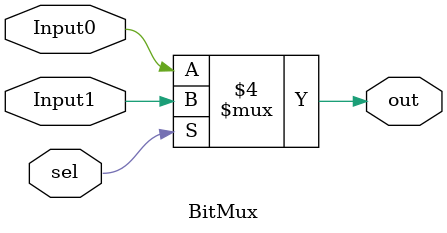
<source format=v>
`timescale 1ns / 1ps
module BitMux(
    input Input0,
    input Input1,
    input sel,
    output reg out
    );

always @ (*)
begin
	if (sel == 0)
	begin
		out <= Input0;
	end
	else
	begin
		out <= Input1;
	end
end

endmodule

</source>
